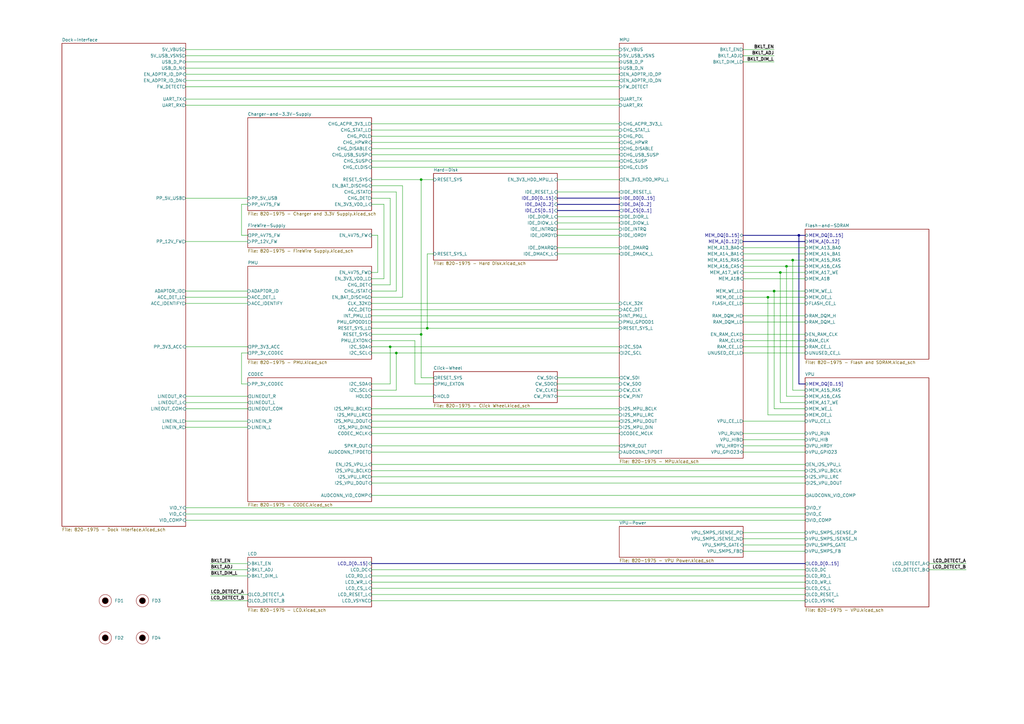
<source format=kicad_sch>
(kicad_sch (version 20231120) (generator "eeschema") (generator_version "8.0")
  (paper "A3")
  (title_block (title "iPod Video Main Board") (date "2025-04-19") (rev "A") (comment 1 "820-1975") (comment 2 "A"))
  (lib_symbols
    (symbol "820-1975:PCB Components/FD-000000" (pin_numbers hide) (pin_names (offset 0) hide)
      (property "Reference" "FD" (at 3.81 -5.08 0))
      (symbol "PCB Components/FD-000000_1_1"
        (circle (center 0 0) (radius 1.27) (fill (type color) (color 0 0 0 1)))
        (circle (center 0 0) (radius 2.54))
      )
    )
  )
  (junction (at 172.72 73.66))
  (junction (at 314.96 121.92))
  (junction (at 325.12 106.68))
  (junction (at 327.66 96.52))
  (junction (at 160.02 142.24))
  (junction (at 320.04 111.76))
  (junction (at 172.72 137.16))
  (junction (at 317.5 119.38))
  (junction (at 162.56 144.78))
  (junction (at 175.26 134.62))
  (junction (at 322.58 109.22))
  (wire (pts (xy 152.4 241.3) (xy 330.2 241.3)))
  (wire (pts (xy 304.8 144.78) (xy 330.2 144.78)))
  (wire (pts (xy 175.26 134.62) (xy 254 134.62)))
  (wire (pts (xy 304.8 124.46) (xy 330.2 124.46)))
  (wire (pts (xy 175.26 104.14) (xy 175.26 134.62)))
  (wire (pts (xy 101.6 231.14) (xy 86.36 231.14)))
  (wire (pts (xy 228.6 154.94) (xy 254 154.94)))
  (wire (pts (xy 152.4 127) (xy 254 127)))
  (wire (pts (xy 170.18 139.7) (xy 170.18 157.48)))
  (wire (pts (xy 152.4 58.42) (xy 254 58.42)))
  (wire (pts (xy 152.4 172.72) (xy 254 172.72)))
  (wire (pts (xy 304.8 132.08) (xy 330.2 132.08)))
  (wire (pts (xy 172.72 73.66) (xy 177.8 73.66)))
  (wire (pts (xy 228.6 96.52) (xy 254 96.52)))
  (wire (pts (xy 76.2 30.48) (xy 254 30.48)))
  (wire (pts (xy 172.72 73.66) (xy 172.72 137.16)))
  (wire (pts (xy 162.56 144.78) (xy 162.56 160.02)))
  (wire (pts (xy 228.6 73.66) (xy 254 73.66)))
  (bus (pts (xy 228.6 83.82) (xy 254 83.82)))
  (wire (pts (xy 228.6 101.6) (xy 254 101.6)))
  (wire (pts (xy 320.04 111.76) (xy 330.2 111.76)))
  (wire (pts (xy 304.8 114.3) (xy 330.2 114.3)))
  (wire (pts (xy 152.4 246.38) (xy 330.2 246.38)))
  (wire (pts (xy 76.2 25.4) (xy 254 25.4)))
  (wire (pts (xy 317.5 167.64) (xy 317.5 119.38)))
  (wire (pts (xy 152.4 157.48) (xy 160.02 157.48)))
  (wire (pts (xy 152.4 73.66) (xy 172.72 73.66)))
  (wire (pts (xy 152.4 53.34) (xy 254 53.34)))
  (wire (pts (xy 152.4 60.96) (xy 254 60.96)))
  (wire (pts (xy 228.6 160.02) (xy 254 160.02)))
  (wire (pts (xy 76.2 208.28) (xy 330.2 208.28)))
  (wire (pts (xy 101.6 233.68) (xy 86.36 233.68)))
  (wire (pts (xy 152.4 124.46) (xy 254 124.46)))
  (wire (pts (xy 162.56 144.78) (xy 254 144.78)))
  (wire (pts (xy 76.2 27.94) (xy 254 27.94)))
  (wire (pts (xy 152.4 142.24) (xy 160.02 142.24)))
  (wire (pts (xy 76.2 175.26) (xy 101.6 175.26)))
  (bus (pts (xy 228.6 86.36) (xy 254 86.36)))
  (wire (pts (xy 152.4 236.22) (xy 330.2 236.22)))
  (wire (pts (xy 304.8 142.24) (xy 330.2 142.24)))
  (bus (pts (xy 304.8 99.06) (xy 330.2 99.06)))
  (wire (pts (xy 99.06 144.78) (xy 99.06 157.48)))
  (wire (pts (xy 162.56 160.02) (xy 152.4 160.02)))
  (wire (pts (xy 304.8 101.6) (xy 330.2 101.6)))
  (wire (pts (xy 152.4 96.52) (xy 154.94 96.52)))
  (wire (pts (xy 325.12 106.68) (xy 330.2 106.68)))
  (wire (pts (xy 152.4 132.08) (xy 254 132.08)))
  (wire (pts (xy 76.2 35.56) (xy 254 35.56)))
  (wire (pts (xy 330.2 170.18) (xy 314.96 170.18)))
  (wire (pts (xy 76.2 172.72) (xy 101.6 172.72)))
  (wire (pts (xy 320.04 165.1) (xy 330.2 165.1)))
  (wire (pts (xy 160.02 116.84) (xy 160.02 81.28)))
  (wire (pts (xy 322.58 109.22) (xy 330.2 109.22)))
  (wire (pts (xy 304.8 111.76) (xy 320.04 111.76)))
  (wire (pts (xy 76.2 43.18) (xy 254 43.18)))
  (wire (pts (xy 228.6 78.74) (xy 254 78.74)))
  (wire (pts (xy 76.2 213.36) (xy 330.2 213.36)))
  (wire (pts (xy 330.2 162.56) (xy 322.58 162.56)))
  (wire (pts (xy 152.4 190.5) (xy 330.2 190.5)))
  (wire (pts (xy 152.4 129.54) (xy 254 129.54)))
  (wire (pts (xy 314.96 121.92) (xy 330.2 121.92)))
  (wire (pts (xy 228.6 93.98) (xy 254 93.98)))
  (wire (pts (xy 304.8 223.52) (xy 330.2 223.52)))
  (wire (pts (xy 228.6 104.14) (xy 254 104.14)))
  (wire (pts (xy 152.4 139.7) (xy 170.18 139.7)))
  (wire (pts (xy 152.4 198.12) (xy 330.2 198.12)))
  (wire (pts (xy 152.4 144.78) (xy 162.56 144.78)))
  (wire (pts (xy 304.8 106.68) (xy 325.12 106.68)))
  (wire (pts (xy 325.12 106.68) (xy 325.12 160.02)))
  (wire (pts (xy 101.6 246.38) (xy 86.36 246.38)))
  (wire (pts (xy 152.4 243.84) (xy 330.2 243.84)))
  (wire (pts (xy 99.06 157.48) (xy 101.6 157.48)))
  (wire (pts (xy 101.6 83.82) (xy 99.06 83.82)))
  (wire (pts (xy 228.6 157.48) (xy 254 157.48)))
  (wire (pts (xy 317.5 119.38) (xy 330.2 119.38)))
  (wire (pts (xy 152.4 233.68) (xy 330.2 233.68)))
  (wire (pts (xy 152.4 167.64) (xy 254 167.64)))
  (wire (pts (xy 76.2 210.82) (xy 330.2 210.82)))
  (wire (pts (xy 325.12 160.02) (xy 330.2 160.02)))
  (wire (pts (xy 101.6 236.22) (xy 86.36 236.22)))
  (wire (pts (xy 314.96 170.18) (xy 314.96 121.92)))
  (wire (pts (xy 101.6 243.84) (xy 86.36 243.84)))
  (wire (pts (xy 304.8 172.72) (xy 330.2 172.72)))
  (wire (pts (xy 101.6 144.78) (xy 99.06 144.78)))
  (wire (pts (xy 152.4 134.62) (xy 175.26 134.62)))
  (wire (pts (xy 177.8 154.94) (xy 172.72 154.94)))
  (wire (pts (xy 152.4 66.04) (xy 254 66.04)))
  (wire (pts (xy 304.8 22.86) (xy 317.5 22.86)))
  (wire (pts (xy 152.4 177.8) (xy 254 177.8)))
  (wire (pts (xy 228.6 88.9) (xy 254 88.9)))
  (wire (pts (xy 152.4 193.04) (xy 330.2 193.04)))
  (wire (pts (xy 304.8 109.22) (xy 322.58 109.22)))
  (wire (pts (xy 304.8 20.32) (xy 317.5 20.32)))
  (wire (pts (xy 165.1 121.92) (xy 152.4 121.92)))
  (wire (pts (xy 152.4 55.88) (xy 254 55.88)))
  (wire (pts (xy 170.18 157.48) (xy 177.8 157.48)))
  (wire (pts (xy 152.4 203.2) (xy 330.2 203.2)))
  (wire (pts (xy 304.8 25.4) (xy 317.5 25.4)))
  (wire (pts (xy 304.8 177.8) (xy 330.2 177.8)))
  (wire (pts (xy 322.58 109.22) (xy 322.58 162.56)))
  (wire (pts (xy 76.2 81.28) (xy 101.6 81.28)))
  (wire (pts (xy 99.06 96.52) (xy 101.6 96.52)))
  (wire (pts (xy 99.06 83.82) (xy 99.06 96.52)))
  (wire (pts (xy 76.2 40.64) (xy 254 40.64)))
  (wire (pts (xy 152.4 63.5) (xy 254 63.5)))
  (wire (pts (xy 381 233.68) (xy 396.24 233.68)))
  (wire (pts (xy 304.8 119.38) (xy 317.5 119.38)))
  (wire (pts (xy 162.56 78.74) (xy 162.56 119.38)))
  (wire (pts (xy 304.8 121.92) (xy 314.96 121.92)))
  (bus (pts (xy 304.8 96.52) (xy 327.66 96.52)))
  (wire (pts (xy 160.02 142.24) (xy 254 142.24)))
  (wire (pts (xy 175.26 104.14) (xy 177.8 104.14)))
  (bus (pts (xy 327.66 96.52) (xy 327.66 157.48)))
  (wire (pts (xy 160.02 81.28) (xy 152.4 81.28)))
  (wire (pts (xy 152.4 175.26) (xy 254 175.26)))
  (wire (pts (xy 304.8 104.14) (xy 330.2 104.14)))
  (wire (pts (xy 76.2 20.32) (xy 254 20.32)))
  (wire (pts (xy 76.2 165.1) (xy 101.6 165.1)))
  (wire (pts (xy 152.4 170.18) (xy 254 170.18)))
  (wire (pts (xy 304.8 180.34) (xy 330.2 180.34)))
  (wire (pts (xy 152.4 68.58) (xy 254 68.58)))
  (wire (pts (xy 152.4 137.16) (xy 172.72 137.16)))
  (wire (pts (xy 304.8 226.06) (xy 330.2 226.06)))
  (wire (pts (xy 152.4 83.82) (xy 157.48 83.82)))
  (wire (pts (xy 76.2 99.06) (xy 101.6 99.06)))
  (wire (pts (xy 152.4 50.8) (xy 254 50.8)))
  (wire (pts (xy 76.2 167.64) (xy 101.6 167.64)))
  (wire (pts (xy 76.2 33.02) (xy 254 33.02)))
  (wire (pts (xy 76.2 121.92) (xy 101.6 121.92)))
  (wire (pts (xy 228.6 162.56) (xy 254 162.56)))
  (wire (pts (xy 152.4 116.84) (xy 160.02 116.84)))
  (wire (pts (xy 76.2 162.56) (xy 101.6 162.56)))
  (wire (pts (xy 152.4 162.56) (xy 177.8 162.56)))
  (wire (pts (xy 304.8 220.98) (xy 330.2 220.98)))
  (wire (pts (xy 152.4 238.76) (xy 330.2 238.76)))
  (wire (pts (xy 152.4 182.88) (xy 254 182.88)))
  (wire (pts (xy 152.4 78.74) (xy 162.56 78.74)))
  (wire (pts (xy 152.4 111.76) (xy 154.94 111.76)))
  (wire (pts (xy 152.4 76.2) (xy 165.1 76.2)))
  (wire (pts (xy 165.1 76.2) (xy 165.1 121.92)))
  (wire (pts (xy 152.4 114.3) (xy 157.48 114.3)))
  (wire (pts (xy 160.02 142.24) (xy 160.02 157.48)))
  (wire (pts (xy 76.2 119.38) (xy 101.6 119.38)))
  (wire (pts (xy 152.4 195.58) (xy 330.2 195.58)))
  (wire (pts (xy 76.2 124.46) (xy 101.6 124.46)))
  (bus (pts (xy 152.4 231.14) (xy 330.2 231.14)))
  (wire (pts (xy 152.4 185.42) (xy 254 185.42)))
  (wire (pts (xy 304.8 137.16) (xy 330.2 137.16)))
  (bus (pts (xy 228.6 81.28) (xy 254 81.28)))
  (wire (pts (xy 76.2 142.24) (xy 101.6 142.24)))
  (bus (pts (xy 327.66 96.52) (xy 330.2 96.52)))
  (wire (pts (xy 304.8 218.44) (xy 330.2 218.44)))
  (wire (pts (xy 304.8 182.88) (xy 330.2 182.88)))
  (wire (pts (xy 76.2 22.86) (xy 254 22.86)))
  (wire (pts (xy 172.72 154.94) (xy 172.72 137.16)))
  (wire (pts (xy 330.2 167.64) (xy 317.5 167.64)))
  (wire (pts (xy 320.04 111.76) (xy 320.04 165.1)))
  (wire (pts (xy 157.48 83.82) (xy 157.48 114.3)))
  (wire (pts (xy 304.8 139.7) (xy 330.2 139.7)))
  (wire (pts (xy 304.8 129.54) (xy 330.2 129.54)))
  (wire (pts (xy 304.8 185.42) (xy 330.2 185.42)))
  (bus (pts (xy 327.66 157.48) (xy 330.2 157.48)))
  (wire (pts (xy 154.94 111.76) (xy 154.94 96.52)))
  (wire (pts (xy 381 231.14) (xy 396.24 231.14)))
  (wire (pts (xy 228.6 91.44) (xy 254 91.44)))
  (wire (pts (xy 152.4 119.38) (xy 162.56 119.38)))
  (label "LCD_DETECT_A" (at 86.36 243.84 0) (effects (font (thickness 0.254) (bold yes))))
  (label "LCD_DETECT_B" (at 396.24 233.68 180) (effects (font (thickness 0.254) (bold yes))))
  (label "BKLT_ADJ" (at 317.5 22.86 180) (effects (font (thickness 0.254) (bold yes))))
  (label "LCD_DETECT_B" (at 86.36 246.38 0) (effects (font (thickness 0.254) (bold yes))))
  (label "BKLT_ADJ" (at 86.36 233.68 0) (effects (font (thickness 0.254) (bold yes))))
  (label "BKLT_EN" (at 317.5 20.32 180) (effects (font (thickness 0.254) (bold yes))))
  (label "BKLT_EN" (at 86.36 231.14 0) (effects (font (thickness 0.254) (bold yes))))
  (label "LCD_DETECT_A" (at 396.24 231.14 180) (effects (font (thickness 0.254) (bold yes))))
  (label "BKLT_DIM_L" (at 317.5 25.4 180) (effects (font (thickness 0.254) (bold yes))))
  (label "BKLT_DIM_L" (at 86.36 236.22 0) (effects (font (thickness 0.254) (bold yes))))
  (symbol (lib_id "820-1975:PCB Components/FD-000000") (at 43.18 261.62 0) (unit 1)
    (property "Reference" "FD2" (at 46.99 261.62 0) (effects (justify left)))
    (property "Value" "FD" (effects (hide yes)))
    (property "Footprint" "820-1975_Footprints:FIDUCIAL" (effects (hide yes)))
    (property "Description" "FIDUCIAL" (effects (hide yes)))
  )
  (symbol (lib_id "820-1975:PCB Components/FD-000000") (at 43.18 246.38 0) (unit 1)
    (property "Reference" "FD1" (at 46.99 246.38 0) (effects (justify left)))
    (property "Value" "FD" (effects (hide yes)))
    (property "Footprint" "820-1975_Footprints:FIDUCIAL" (effects (hide yes)))
    (property "Description" "FIDUCIAL" (effects (hide yes)))
  )
  (symbol (lib_id "820-1975:PCB Components/FD-000000") (at 58.42 261.62 0) (unit 1)
    (property "Reference" "FD4" (at 62.23 261.62 0) (effects (justify left)))
    (property "Value" "FD" (effects (hide yes)))
    (property "Footprint" "820-1975_Footprints:FIDUCIAL" (effects (hide yes)))
    (property "Description" "FIDUCIAL" (effects (hide yes)))
  )
  (symbol (lib_id "820-1975:PCB Components/FD-000000") (at 58.42 246.38 0) (unit 1)
    (property "Reference" "FD3" (at 62.23 246.38 0) (effects (justify left)))
    (property "Value" "FD" (effects (hide yes)))
    (property "Footprint" "820-1975_Footprints:FIDUCIAL" (effects (hide yes)))
    (property "Description" "FIDUCIAL" (effects (hide yes)))
  )
  (sheet (at 101.6 109.22) (size 50.8 38.1) (stroke (width 0.1524))
    (property "Sheetname" "PMU" (at 101.6 108.5084 0) (effects (justify left bottom)))
    (property "Sheetfile" "820-1975 - PMU.kicad_sch" (at 101.6 147.9046 0) (effects (justify left top)))
    (pin "EN_3V3_VDD_L" output (at 152.4 114.3 0))
    (pin "ADAPTOR_ID" input (at 101.6 119.38 180))
    (pin "ACC_IDENTIFY" input (at 101.6 124.46 180))
    (pin "I2C_SDA" bidirectional (at 152.4 142.24 0))
    (pin "I2C_SCL" input (at 152.4 144.78 0))
    (pin "CLK_32K" output (at 152.4 124.46 0))
    (pin "RESET_SYS_L" output (at 152.4 134.62 0))
    (pin "RESET_SYS" input (at 152.4 137.16 0))
    (pin "ACC_DET_L" input (at 101.6 121.92 180))
    (pin "INT_PMU_L" output (at 152.4 129.54 0))
    (pin "EN_4V75_FW" output (at 152.4 111.76 0))
    (pin "CHG_DET" input (at 152.4 116.84 0))
    (pin "CHG_ISTAT" input (at 152.4 119.38 0))
    (pin "PMU_EXTON" input (at 152.4 139.7 0))
    (pin "PP_3V3_ACC" output (at 101.6 142.24 180))
    (pin "PP_3V_CODEC" output (at 101.6 144.78 180))
    (pin "ACC_DET" output (at 152.4 127 0))
    (pin "PMU_GPOOD1" output (at 152.4 132.08 0))
    (pin "EN_BAT_DISCHG" output (at 152.4 121.92 0))
  )
  (sheet (at 25.4 17.78) (size 50.8 198.12) (stroke (width 0.1524))
    (property "Sheetname" "Dock-Interface" (at 25.4 17.0684 0) (effects (justify left bottom)))
    (property "Sheetfile" "820-1975 - Dock Interface.kicad_sch" (at 25.4 216.4846 0) (effects (justify left top)))
    (pin "ACC_IDENTIFY" output (at 76.2 124.46 0))
    (pin "LINEOUT_R" input (at 76.2 162.56 0))
    (pin "VID_COMP" input (at 76.2 213.36 0))
    (pin "LINEOUT_L" input (at 76.2 165.1 0))
    (pin "LINEIN_L" output (at 76.2 172.72 0))
    (pin "LINEOUT_COM" input (at 76.2 167.64 0))
    (pin "LINEIN_R" output (at 76.2 175.26 0))
    (pin "VID_C" input (at 76.2 210.82 0))
    (pin "VID_Y" input (at 76.2 208.28 0))
    (pin "FW_DETECT" output (at 76.2 35.56 0))
    (pin "ADAPTOR_ID" output (at 76.2 119.38 0))
    (pin "USB_D_P" bidirectional (at 76.2 25.4 0))
    (pin "USB_D_N" bidirectional (at 76.2 27.94 0))
    (pin "UART_RX" output (at 76.2 43.18 0))
    (pin "UART_TX" input (at 76.2 40.64 0))
    (pin "5V_VBUS" output (at 76.2 20.32 0))
    (pin "ACC_DET_L" output (at 76.2 121.92 0))
    (pin "PP_12V_FW" output (at 76.2 99.06 0))
    (pin "PP_5V_USB" output (at 76.2 81.28 0))
    (pin "5V_USB_VSNS" output (at 76.2 22.86 0))
    (pin "PP_3V3_ACC" input (at 76.2 142.24 0))
    (pin "EN_ADPTR_ID_DP" input (at 76.2 30.48 0))
    (pin "EN_ADPTR_ID_DN" input (at 76.2 33.02 0))
  )
  (sheet (at 330.2 154.94) (size 50.8 93.98) (stroke (width 0.1524))
    (property "Sheetname" "VPU" (at 330.2 154.2284 0) (effects (justify left bottom)))
    (property "Sheetfile" "820-1975 - VPU.kicad_sch" (at 330.2 249.5046 0) (effects (justify left top)))
    (pin "I2S_VPU_BCLK" input (at 330.2 193.04 180))
    (pin "I2S_VPU_DOUT" output (at 330.2 198.12 180))
    (pin "I2S_VPU_LRC" input (at 330.2 195.58 180))
    (pin "AUDCONN_VID_COMP" output (at 330.2 203.2 180))
    (pin "VID_COMP" output (at 330.2 213.36 180))
    (pin "VID_C" output (at 330.2 210.82 180))
    (pin "VID_Y" output (at 330.2 208.28 180))
    (pin "VPU_SMPS_GATE" output (at 330.2 223.52 180))
    (pin "VPU_SMPS_ISENSE_N" input (at 330.2 220.98 180))
    (pin "VPU_SMPS_ISENSE_P" input (at 330.2 218.44 180))
    (pin "VPU_SMPS_FB" input (at 330.2 226.06 180))
    (pin "EN_I2S_VPU_L" output (at 330.2 190.5 180))
    (pin "LCD_RD_L" output (at 330.2 236.22 180))
    (pin "LCD_DC" output (at 330.2 233.68 180))
    (pin "LCD_WR_L" output (at 330.2 238.76 180))
    (pin "LCD_CS_L" output (at 330.2 241.3 180))
    (pin "LCD_RESET_L" output (at 330.2 243.84 180))
    (pin "LCD_VSYNC" input (at 330.2 246.38 180))
    (pin "LCD_D[0..15]" output (at 330.2 231.14 180))
    (pin "VPU_HRDY" output (at 330.2 182.88 180))
    (pin "MEM_DQ[0..15]" bidirectional (at 330.2 157.48 180))
    (pin "MEM_OE_L" input (at 330.2 170.18 180))
    (pin "MEM_A17_WE" input (at 330.2 165.1 180))
    (pin "MEM_A16_CAS" input (at 330.2 162.56 180))
    (pin "MEM_A15_RAS" input (at 330.2 160.02 180))
    (pin "MEM_WE_L" input (at 330.2 167.64 180))
    (pin "VPU_CE_L" input (at 330.2 172.72 180))
    (pin "VPU_RUN" input (at 330.2 177.8 180))
    (pin "VPU_HIB" input (at 330.2 180.34 180))
    (pin "VPU_GPIO23" bidirectional (at 330.2 185.42 180))
    (pin "LCD_DETECT_A" input (at 381 231.14 0))
    (pin "LCD_DETECT_B" input (at 381 233.68 0))
  )
  (sheet (at 330.2 93.98) (size 50.8 53.34) (stroke (width 0.1524))
    (property "Sheetname" "Flash-and-SDRAM" (at 330.2 93.2684 0) (effects (justify left bottom)))
    (property "Sheetfile" "820-1975 - Flash and SDRAM.kicad_sch" (at 330.2 147.9046 0) (effects (justify left top)))
    (pin "MEM_DQ[0..15]" bidirectional (at 330.2 96.52 180))
    (pin "MEM_A[0..12]" input (at 330.2 99.06 180))
    (pin "EN_RAM_CLK" input (at 330.2 137.16 180))
    (pin "RAM_CE_L" input (at 330.2 142.24 180))
    (pin "RAM_CLK" input (at 330.2 139.7 180))
    (pin "FLASH_CE_L" input (at 330.2 124.46 180))
    (pin "RAM_DQM_L" input (at 330.2 132.08 180))
    (pin "RAM_DQM_H" input (at 330.2 129.54 180))
    (pin "MEM_A18" input (at 330.2 114.3 180))
    (pin "MEM_A17_WE" input (at 330.2 111.76 180))
    (pin "MEM_A16_CAS" input (at 330.2 109.22 180))
    (pin "MEM_A15_RAS" input (at 330.2 106.68 180))
    (pin "MEM_A14_BA1" input (at 330.2 104.14 180))
    (pin "MEM_A13_BA0" input (at 330.2 101.6 180))
    (pin "MEM_OE_L" input (at 330.2 121.92 180))
    (pin "MEM_WE_L" input (at 330.2 119.38 180))
    (pin "UNUSED_CE_L" input (at 330.2 144.78 180))
  )
  (sheet (at 254 17.78) (size 50.8 170.18) (stroke (width 0.1524))
    (property "Sheetname" "MPU" (at 254 17.0684 0) (effects (justify left bottom)))
    (property "Sheetfile" "820-1975 - MPU.kicad_sch" (at 254 188.5446 0) (effects (justify left top)))
    (pin "IDE_DIOW_L" output (at 254 91.44 180))
    (pin "IDE_RESET_L" output (at 254 78.74 180))
    (pin "IDE_DA[0..2]" output (at 254 83.82 180))
    (pin "IDE_IORDY" input (at 254 96.52 180))
    (pin "IDE_DIOR_L" output (at 254 88.9 180))
    (pin "IDE_DD[0..15]" bidirectional (at 254 81.28 180))
    (pin "IDE_DMACK_L" output (at 254 104.14 180))
    (pin "IDE_INTRQ" input (at 254 93.98 180))
    (pin "IDE_CS[0..1]" output (at 254 86.36 180))
    (pin "IDE_DMARQ" input (at 254 101.6 180))
    (pin "USB_D_P" bidirectional (at 254 25.4 180))
    (pin "USB_D_N" bidirectional (at 254 27.94 180))
    (pin "UART_TX" output (at 254 40.64 180))
    (pin "UART_RX" input (at 254 43.18 180))
    (pin "MEM_DQ[0..15]" bidirectional (at 304.8 96.52 0))
    (pin "MEM_A[0..12]" output (at 304.8 99.06 0))
    (pin "I2C_SDA" bidirectional (at 254 142.24 180))
    (pin "I2C_SCL" output (at 254 144.78 180))
    (pin "CLK_32K" input (at 254 124.46 180))
    (pin "I2S_MPU_BCLK" input (at 254 167.64 180))
    (pin "I2S_MPU_LRC" input (at 254 170.18 180))
    (pin "I2S_MPU_DOUT" output (at 254 172.72 180))
    (pin "I2S_MPU_DIN" input (at 254 175.26 180))
    (pin "CODEC_MCLK" output (at 254 177.8 180))
    (pin "RAM_DQM_H" output (at 304.8 129.54 0))
    (pin "RAM_DQM_L" output (at 304.8 132.08 0))
    (pin "EN_RAM_CLK" output (at 304.8 137.16 0))
    (pin "RESET_SYS_L" input (at 254 134.62 180))
    (pin "5V_VBUS" input (at 254 20.32 180))
    (pin "VPU_HRDY" input (at 304.8 182.88 0))
    (pin "RAM_CLK" output (at 304.8 139.7 0))
    (pin "RAM_CE_L" output (at 304.8 142.24 0))
    (pin "FLASH_CE_L" output (at 304.8 124.46 0))
    (pin "MEM_A14_BA1" input (at 304.8 104.14 0))
    (pin "MEM_A17_WE" input (at 304.8 111.76 0))
    (pin "MEM_A15_RAS" input (at 304.8 106.68 0))
    (pin "MEM_A13_BA0" input (at 304.8 101.6 0))
    (pin "MEM_A16_CAS" input (at 304.8 109.22 0))
    (pin "MEM_A18" input (at 304.8 114.3 0))
    (pin "MEM_OE_L" output (at 304.8 121.92 0))
    (pin "MEM_WE_L" output (at 304.8 119.38 0))
    (pin "VPU_CE_L" output (at 304.8 172.72 0))
    (pin "UNUSED_CE_L" output (at 304.8 144.78 0))
    (pin "VPU_RUN" output (at 304.8 177.8 0))
    (pin "VPU_HIB" output (at 304.8 180.34 0))
    (pin "INT_PMU_L" input (at 254 129.54 180))
    (pin "CHG_POL" input (at 254 55.88 180))
    (pin "BKLT_ADJ" output (at 304.8 22.86 0))
    (pin "AUDCONN_TIPDET" input (at 254 185.42 180))
    (pin "EN_ADPTR_ID_DP" output (at 254 30.48 180))
    (pin "CHG_USB_SUSP" output (at 254 63.5 180))
    (pin "CHG_ACPR_3V3_L" input (at 254 50.8 180))
    (pin "CW_CLK" input (at 254 160.02 180))
    (pin "CW_PIN7" bidirectional (at 254 162.56 180))
    (pin "CHG_HPWR" output (at 254 58.42 180))
    (pin "ACC_DET" input (at 254 127 180))
    (pin "CHG_CLDIS" output (at 254 68.58 180))
    (pin "EN_ADPTR_ID_DN" output (at 254 33.02 180))
    (pin "CW_SDO" input (at 254 157.48 180))
    (pin "CW_SDI" output (at 254 154.94 180))
    (pin "CHG_STAT_L" input (at 254 53.34 180))
    (pin "BKLT_DIM_L" output (at 304.8 25.4 0))
    (pin "EN_3V3_HDD_MPU_L" output (at 254 73.66 180))
    (pin "BKLT_EN" output (at 304.8 20.32 0))
    (pin "SPKR_OUT" output (at 254 182.88 180))
    (pin "5V_USB_VSNS" input (at 254 22.86 180))
    (pin "FW_DETECT" input (at 254 35.56 180))
    (pin "CHG_SUSP" output (at 254 66.04 180))
    (pin "CHG_DISABLE" output (at 254 60.96 180))
    (pin "PMU_GPOOD1" input (at 254 132.08 180))
    (pin "VPU_GPIO23" bidirectional (at 304.8 185.42 0))
  )
  (sheet (at 101.6 93.98) (size 50.8 7.62) (stroke (width 0.1524))
    (property "Sheetname" "FireWire-Supply" (at 101.6 93.2684 0) (effects (justify left bottom)))
    (property "Sheetfile" "820-1975 - FireWire Supply.kicad_sch" (at 101.6 102.1846 0) (effects (justify left top)))
    (pin "EN_4V75_FW" input (at 152.4 96.52 0))
    (pin "PP_12V_FW" input (at 101.6 99.06 180))
    (pin "PP_4V75_FW" output (at 101.6 96.52 180))
  )
  (sheet (at 254 215.9) (size 50.8 12.7) (stroke (width 0.1524))
    (property "Sheetname" "VPU-Power" (at 254 215.1884 0) (effects (justify left bottom)))
    (property "Sheetfile" "820-1975 - VPU Power.kicad_sch" (at 254 229.1846 0) (effects (justify left top)))
    (pin "VPU_SMPS_FB" output (at 304.8 226.06 0))
    (pin "VPU_SMPS_GATE" input (at 304.8 223.52 0))
    (pin "VPU_SMPS_ISENSE_N" output (at 304.8 220.98 0))
    (pin "VPU_SMPS_ISENSE_P" output (at 304.8 218.44 0))
  )
  (sheet (at 177.8 152.4) (size 50.8 12.7) (stroke (width 0.1524))
    (property "Sheetname" "Click-Wheel" (at 177.8 151.6884 0) (effects (justify left bottom)))
    (property "Sheetfile" "820-1975 - Click Wheel.kicad_sch" (at 177.8 165.6846 0) (effects (justify left top)))
    (pin "HOLD" input (at 177.8 162.56 180))
    (pin "RESET_SYS" output (at 177.8 154.94 180))
    (pin "PMU_EXTON" output (at 177.8 157.48 180))
    (pin "CW_SDO" output (at 228.6 157.48 0))
    (pin "CW_CLK" output (at 228.6 160.02 0))
    (pin "CW_SDI" input (at 228.6 154.94 0))
    (pin "CW_PIN7" bidirectional (at 228.6 162.56 0))
  )
  (sheet (at 101.6 154.94) (size 50.8 50.8) (stroke (width 0.1524))
    (property "Sheetname" "CODEC" (at 101.6 154.2284 0) (effects (justify left bottom)))
    (property "Sheetfile" "820-1975 - CODEC.kicad_sch" (at 101.6 206.3246 0) (effects (justify left top)))
    (pin "LINEOUT_L" output (at 101.6 165.1 180))
    (pin "HOLD" output (at 152.4 162.56 0))
    (pin "LINEOUT_R" output (at 101.6 162.56 180))
    (pin "LINEIN_L" input (at 101.6 175.26 180))
    (pin "LINEIN_R" input (at 101.6 172.72 180))
    (pin "CODEC_MCLK" input (at 152.4 177.8 0))
    (pin "I2C_SDA" bidirectional (at 152.4 157.48 0))
    (pin "I2C_SCL" input (at 152.4 160.02 0))
    (pin "LINEOUT_COM" output (at 101.6 167.64 180))
    (pin "I2S_VPU_LRC" output (at 152.4 195.58 0))
    (pin "I2S_VPU_DOUT" input (at 152.4 198.12 0))
    (pin "I2S_VPU_BCLK" output (at 152.4 193.04 0))
    (pin "EN_I2S_VPU_L" input (at 152.4 190.5 0))
    (pin "AUDCONN_VID_COMP" input (at 152.4 203.2 0))
    (pin "I2S_MPU_BCLK" output (at 152.4 167.64 0))
    (pin "I2S_MPU_DIN" output (at 152.4 175.26 0))
    (pin "I2S_MPU_LRC" output (at 152.4 170.18 0))
    (pin "I2S_MPU_DOUT" input (at 152.4 172.72 0))
    (pin "PP_3V_CODEC" input (at 101.6 157.48 180))
    (pin "SPKR_OUT" input (at 152.4 182.88 0))
    (pin "AUDCONN_TIPDET" output (at 152.4 185.42 0))
  )
  (sheet (at 101.6 48.26) (size 50.8 38.1) (stroke (width 0.1524))
    (property "Sheetname" "Charger-and-3.3V-Supply" (at 101.6 47.5484 0) (effects (justify left bottom)))
    (property "Sheetfile" "820-1975 - Charger and 3.3V Supply.kicad_sch" (at 101.6 86.9446 0) (effects (justify left top)))
    (pin "RESET_SYS" input (at 152.4 73.66 0))
    (pin "EN_3V3_VDD_L" input (at 152.4 83.82 0))
    (pin "CHG_DET" output (at 152.4 81.28 0))
    (pin "CHG_HPWR" input (at 152.4 58.42 0))
    (pin "PP_4V75_FW" input (at 101.6 83.82 180))
    (pin "PP_5V_USB" input (at 101.6 81.28 180))
    (pin "CHG_CLDIS" input (at 152.4 68.58 0))
    (pin "CHG_USB_SUSP" input (at 152.4 63.5 0))
    (pin "CHG_ISTAT" output (at 152.4 78.74 0))
    (pin "CHG_ACPR_3V3_L" output (at 152.4 50.8 0))
    (pin "CHG_STAT_L" output (at 152.4 53.34 0))
    (pin "CHG_POL" output (at 152.4 55.88 0))
    (pin "CHG_SUSP" input (at 152.4 66.04 0))
    (pin "CHG_DISABLE" input (at 152.4 60.96 0))
    (pin "EN_BAT_DISCHG" input (at 152.4 76.2 0))
  )
  (sheet (at 177.8 71.12) (size 50.8 35.56) (stroke (width 0.1524))
    (property "Sheetname" "Hard-Disk" (at 177.8 70.4084 0) (effects (justify left bottom)))
    (property "Sheetfile" "820-1975 - Hard Disk.kicad_sch" (at 177.8 107.2646 0) (effects (justify left top)))
    (pin "IDE_DD[0..15]" bidirectional (at 228.6 81.28 0))
    (pin "IDE_RESET_L" input (at 228.6 78.74 0))
    (pin "IDE_DMARQ" output (at 228.6 101.6 0))
    (pin "IDE_DIOW_L" input (at 228.6 91.44 0))
    (pin "IDE_DIOR_L" input (at 228.6 88.9 0))
    (pin "IDE_CS[0..1]" input (at 228.6 86.36 0))
    (pin "IDE_DA[0..2]" input (at 228.6 83.82 0))
    (pin "IDE_DMACK_L" input (at 228.6 104.14 0))
    (pin "IDE_INTRQ" output (at 228.6 93.98 0))
    (pin "IDE_IORDY" output (at 228.6 96.52 0))
    (pin "RESET_SYS" input (at 177.8 73.66 180))
    (pin "RESET_SYS_L" input (at 177.8 104.14 180))
    (pin "EN_3V3_HDD_MPU_L" input (at 228.6 73.66 0))
  )
  (sheet (at 101.6 228.6) (size 50.8 20.32) (stroke (width 0.1524))
    (property "Sheetname" "LCD" (at 101.6 227.8884 0) (effects (justify left bottom)))
    (property "Sheetfile" "820-1975 - LCD.kicad_sch" (at 101.6 249.5046 0) (effects (justify left top)))
    (pin "LCD_WR_L" input (at 152.4 238.76 0))
    (pin "LCD_DC" input (at 152.4 233.68 0))
    (pin "LCD_RD_L" input (at 152.4 236.22 0))
    (pin "LCD_CS_L" input (at 152.4 241.3 0))
    (pin "LCD_RESET_L" input (at 152.4 243.84 0))
    (pin "LCD_D[0..15]" input (at 152.4 231.14 0))
    (pin "LCD_VSYNC" output (at 152.4 246.38 0))
    (pin "BKLT_EN" input (at 101.6 231.14 180))
    (pin "BKLT_ADJ" input (at 101.6 233.68 180))
    (pin "BKLT_DIM_L" input (at 101.6 236.22 180))
    (pin "LCD_DETECT_B" output (at 101.6 246.38 180))
    (pin "LCD_DETECT_A" output (at 101.6 243.84 180))
  )
)
</source>
